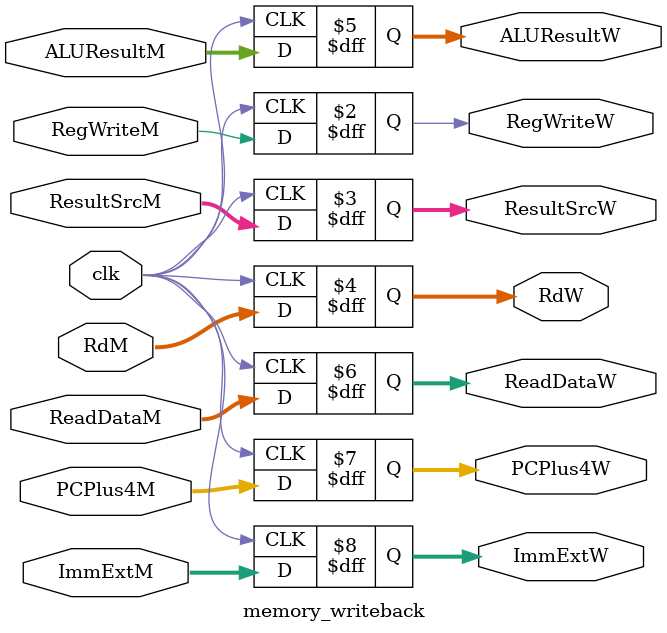
<source format=sv>
module memory_writeback#(
    parameter DATA_WIDTH = 32
)(
    input  logic                  clk,
    input  logic                  RegWriteM,
    input  logic [1:0]            ResultSrcM,
    input  logic [4:0]            RdM,
    
    input  logic [DATA_WIDTH-1:0] ALUResultM,
    input  logic [DATA_WIDTH-1:0] ReadDataM,
    input  logic [DATA_WIDTH-1:0] PCPlus4M,
    input  logic [DATA_WIDTH-1:0] ImmExtM,
    
    output logic                  RegWriteW,
    output logic [1:0]            ResultSrcW,
    output logic [4:0]            RdW,
    output logic [DATA_WIDTH-1:0] ALUResultW,
    output logic [DATA_WIDTH-1:0] ReadDataW,
    output logic [DATA_WIDTH-1:0] PCPlus4W,
    output logic [DATA_WIDTH-1:0] ImmExtW
);

    always_ff @(posedge clk) begin
        RegWriteW  <= RegWriteM;
        ResultSrcW <= ResultSrcM;
        RdW        <= RdM;
        ALUResultW <= ALUResultM;
        ReadDataW  <= ReadDataM;
        PCPlus4W   <= PCPlus4M;
        ImmExtW    <= ImmExtM;
    end

endmodule

</source>
